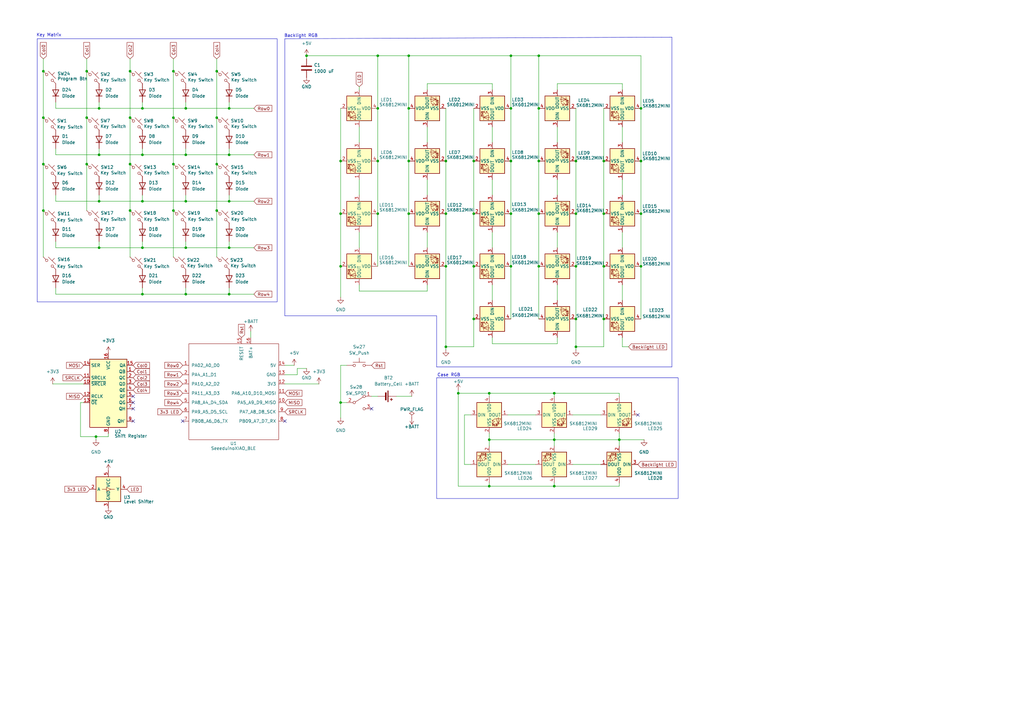
<source format=kicad_sch>
(kicad_sch (version 20250114) (generator "eeschema") (generator_version "9.0")
  (paper "A3")
  (rectangle (start 15.24 15.875) (end 113.665 123.825))
  (rectangle (start 179.07 154.94) (end 278.13 204.47))
  (text "Case RGB" (at 179.324 153.924 0) (effects (font (size 1.27 1.27)) (justify left)))
  (text "Backlight RGB\n" (at 123.444 14.732 0) (effects (font (size 1.27 1.27))))
  (text "Key Matrix" (at 20.066 14.478 0) (effects (font (size 1.27 1.27))))
  (junction (at 76.2 101.6))
  (junction (at 220.98 109.22))
  (junction (at 247.65 130.81))
  (junction (at 93.98 44.45))
  (junction (at 227.33 180.34))
  (junction (at 220.98 66.04))
  (junction (at 93.98 120.65))
  (junction (at 154.94 44.45))
  (junction (at 17.78 86.36))
  (junction (at 227.33 199.39))
  (junction (at 40.64 82.55))
  (junction (at 194.31 66.04))
  (junction (at 71.12 29.21))
  (junction (at 93.98 82.55))
  (junction (at 40.64 44.45))
  (junction (at 17.78 67.31))
  (junction (at 139.7 66.04))
  (junction (at 182.88 142.24))
  (junction (at 262.89 87.63))
  (junction (at 194.31 109.22))
  (junction (at 17.78 48.26))
  (junction (at 209.55 44.45))
  (junction (at 182.88 66.04))
  (junction (at 35.56 48.26))
  (junction (at 247.65 87.63))
  (junction (at 247.65 109.22))
  (junction (at 58.42 101.6))
  (junction (at 154.94 87.63))
  (junction (at 88.9 48.26))
  (junction (at 262.89 66.04))
  (junction (at 40.64 101.6))
  (junction (at 139.7 87.63))
  (junction (at 53.34 29.21))
  (junction (at 236.22 66.04))
  (junction (at 247.65 66.04))
  (junction (at 200.66 180.34))
  (junction (at 182.88 87.63))
  (junction (at 76.2 44.45))
  (junction (at 125.73 22.86))
  (junction (at 209.55 66.04))
  (junction (at 154.94 22.86))
  (junction (at 76.2 82.55))
  (junction (at 167.64 44.45))
  (junction (at 236.22 130.81))
  (junction (at 236.22 109.22))
  (junction (at 88.9 29.21))
  (junction (at 227.33 161.29))
  (junction (at 40.64 63.5))
  (junction (at 182.88 109.22))
  (junction (at 35.56 67.31))
  (junction (at 262.89 109.22))
  (junction (at 209.55 87.63))
  (junction (at 53.34 48.26))
  (junction (at 194.31 130.81))
  (junction (at 76.2 63.5))
  (junction (at 139.7 109.22))
  (junction (at 39.37 179.07))
  (junction (at 53.34 86.36))
  (junction (at 167.64 22.86))
  (junction (at 58.42 44.45))
  (junction (at 93.98 63.5))
  (junction (at 154.94 66.04))
  (junction (at 71.12 48.26))
  (junction (at 236.22 87.63))
  (junction (at 262.89 44.45))
  (junction (at 194.31 87.63))
  (junction (at 88.9 67.31))
  (junction (at 71.12 67.31))
  (junction (at 167.64 66.04))
  (junction (at 200.66 199.39))
  (junction (at 187.96 161.29))
  (junction (at 167.64 87.63))
  (junction (at 93.98 101.6))
  (junction (at 35.56 29.21))
  (junction (at 71.12 86.36))
  (junction (at 58.42 120.65))
  (junction (at 220.98 22.86))
  (junction (at 53.34 67.31))
  (junction (at 200.66 161.29))
  (junction (at 209.55 22.86))
  (junction (at 139.7 165.1))
  (junction (at 209.55 109.22))
  (junction (at 58.42 63.5))
  (junction (at 220.98 44.45))
  (junction (at 88.9 86.36))
  (junction (at 17.78 29.21))
  (junction (at 58.42 82.55))
  (junction (at 254 180.34))
  (junction (at 236.22 142.24))
  (junction (at 220.98 87.63))
  (junction (at 76.2 120.65))
  (no_connect (at 54.61 167.64))
  (no_connect (at 54.61 172.72))
  (no_connect (at 74.93 172.72))
  (no_connect (at 54.61 162.56))
  (no_connect (at 152.4 167.64))
  (no_connect (at 116.84 172.72))
  (no_connect (at 261.62 170.18))
  (no_connect (at 54.61 165.1))
  (polyline (pts (xy 179.07 129.54) (xy 116.84 129.54)))
  (wire (pts (xy 147.32 119.38) (xy 175.26 119.38)))
  (wire (pts (xy 234.95 170.18) (xy 246.38 170.18)))
  (wire (pts (xy 58.42 63.5) (xy 76.2 63.5)))
  (wire (pts (xy 39.37 179.07) (xy 44.45 179.07)))
  (wire (pts (xy 22.86 80.01) (xy 22.86 82.55)))
  (wire (pts (xy 154.94 22.86) (xy 167.64 22.86)))
  (wire (pts (xy 247.65 109.22) (xy 247.65 130.81)))
  (wire (pts (xy 236.22 142.24) (xy 247.65 142.24)))
  (wire (pts (xy 200.66 177.8) (xy 200.66 180.34)))
  (wire (pts (xy 220.98 22.86) (xy 262.89 22.86)))
  (wire (pts (xy 201.93 73.66) (xy 201.93 80.01)))
  (wire (pts (xy 93.98 80.01) (xy 93.98 82.55)))
  (wire (pts (xy 209.55 22.86) (xy 209.55 44.45)))
  (wire (pts (xy 262.89 109.22) (xy 262.89 130.81)))
  (wire (pts (xy 147.32 116.84) (xy 147.32 119.38)))
  (wire (pts (xy 236.22 87.63) (xy 236.22 109.22)))
  (wire (pts (xy 201.93 138.43) (xy 201.93 140.97)))
  (wire (pts (xy 228.6 73.66) (xy 228.6 80.01)))
  (wire (pts (xy 254 199.39) (xy 227.33 199.39)))
  (wire (pts (xy 182.88 44.45) (xy 182.88 66.04)))
  (wire (pts (xy 201.93 140.97) (xy 228.6 140.97)))
  (wire (pts (xy 76.2 44.45) (xy 93.98 44.45)))
  (wire (pts (xy 200.66 180.34) (xy 200.66 182.88)))
  (wire (pts (xy 58.42 101.6) (xy 76.2 101.6)))
  (wire (pts (xy 53.34 67.31) (xy 53.34 86.36)))
  (wire (pts (xy 44.45 179.07) (xy 44.45 177.8)))
  (wire (pts (xy 255.27 95.25) (xy 255.27 101.6)))
  (wire (pts (xy 40.64 60.96) (xy 40.64 63.5)))
  (wire (pts (xy 200.66 161.29) (xy 200.66 162.56)))
  (polyline (pts (xy 179.07 150.495) (xy 179.07 129.54)))
  (polyline (pts (xy 275.59 15.24) (xy 275.59 150.495)))
  (wire (pts (xy 220.98 22.86) (xy 220.98 44.45)))
  (wire (pts (xy 76.2 63.5) (xy 93.98 63.5)))
  (wire (pts (xy 53.34 29.21) (xy 53.34 48.26)))
  (wire (pts (xy 88.9 48.26) (xy 88.9 67.31)))
  (wire (pts (xy 228.6 140.97) (xy 228.6 138.43)))
  (wire (pts (xy 254 177.8) (xy 254 180.34)))
  (wire (pts (xy 147.32 73.66) (xy 147.32 80.01)))
  (wire (pts (xy 76.2 99.06) (xy 76.2 101.6)))
  (wire (pts (xy 93.98 120.65) (xy 104.14 120.65)))
  (wire (pts (xy 147.32 95.25) (xy 147.32 101.6)))
  (wire (pts (xy 254 180.34) (xy 254 182.88)))
  (wire (pts (xy 247.65 130.81) (xy 247.65 142.24)))
  (wire (pts (xy 227.33 180.34) (xy 254 180.34)))
  (wire (pts (xy 17.78 48.26) (xy 17.78 67.31)))
  (wire (pts (xy 236.22 66.04) (xy 236.22 87.63)))
  (wire (pts (xy 227.33 198.12) (xy 227.33 199.39)))
  (wire (pts (xy 227.33 180.34) (xy 227.33 182.88)))
  (wire (pts (xy 182.88 142.24) (xy 194.31 142.24)))
  (wire (pts (xy 58.42 60.96) (xy 58.42 63.5)))
  (wire (pts (xy 71.12 29.21) (xy 71.12 48.26)))
  (wire (pts (xy 40.64 41.91) (xy 40.64 44.45)))
  (wire (pts (xy 139.7 109.22) (xy 139.7 121.92)))
  (wire (pts (xy 33.02 165.1) (xy 33.02 179.07)))
  (wire (pts (xy 58.42 99.06) (xy 58.42 101.6)))
  (wire (pts (xy 93.98 60.96) (xy 93.98 63.5)))
  (wire (pts (xy 194.31 87.63) (xy 194.31 109.22)))
  (wire (pts (xy 209.55 22.86) (xy 220.98 22.86)))
  (wire (pts (xy 162.56 162.56) (xy 168.91 162.56)))
  (wire (pts (xy 167.64 44.45) (xy 167.64 66.04)))
  (wire (pts (xy 58.42 44.45) (xy 76.2 44.45)))
  (wire (pts (xy 53.34 86.36) (xy 53.34 105.41)))
  (wire (pts (xy 255.27 73.66) (xy 255.27 80.01)))
  (wire (pts (xy 139.7 149.86) (xy 142.24 149.86)))
  (wire (pts (xy 194.31 130.81) (xy 194.31 142.24)))
  (wire (pts (xy 121.92 151.13) (xy 121.92 153.67)))
  (wire (pts (xy 76.2 101.6) (xy 93.98 101.6)))
  (wire (pts (xy 175.26 73.66) (xy 175.26 80.01)))
  (wire (pts (xy 254 161.29) (xy 254 162.56)))
  (wire (pts (xy 76.2 118.11) (xy 76.2 120.65)))
  (wire (pts (xy 200.66 199.39) (xy 187.96 199.39)))
  (wire (pts (xy 33.02 179.07) (xy 39.37 179.07)))
  (wire (pts (xy 175.26 116.84) (xy 175.26 119.38)))
  (wire (pts (xy 71.12 24.13) (xy 71.12 29.21)))
  (wire (pts (xy 227.33 161.29) (xy 227.33 162.56)))
  (wire (pts (xy 193.04 190.5) (xy 190.5 190.5)))
  (wire (pts (xy 208.28 190.5) (xy 219.71 190.5)))
  (wire (pts (xy 154.94 66.04) (xy 154.94 87.63)))
  (wire (pts (xy 139.7 87.63) (xy 139.7 109.22)))
  (wire (pts (xy 121.92 151.13) (xy 125.73 151.13)))
  (wire (pts (xy 40.64 82.55) (xy 58.42 82.55)))
  (wire (pts (xy 182.88 66.04) (xy 182.88 87.63)))
  (wire (pts (xy 236.22 130.81) (xy 236.22 142.24)))
  (wire (pts (xy 167.64 87.63) (xy 167.64 109.22)))
  (wire (pts (xy 255.27 116.84) (xy 255.27 123.19)))
  (wire (pts (xy 76.2 120.65) (xy 93.98 120.65)))
  (wire (pts (xy 220.98 44.45) (xy 220.98 66.04)))
  (wire (pts (xy 35.56 24.13) (xy 35.56 29.21)))
  (wire (pts (xy 88.9 29.21) (xy 88.9 48.26)))
  (wire (pts (xy 209.55 44.45) (xy 209.55 66.04)))
  (wire (pts (xy 190.5 170.18) (xy 193.04 170.18)))
  (wire (pts (xy 139.7 165.1) (xy 139.7 149.86)))
  (wire (pts (xy 93.98 44.45) (xy 104.14 44.45)))
  (wire (pts (xy 228.6 95.25) (xy 228.6 101.6)))
  (wire (pts (xy 139.7 66.04) (xy 139.7 87.63)))
  (wire (pts (xy 40.64 80.01) (xy 40.64 82.55)))
  (wire (pts (xy 22.86 41.91) (xy 22.86 44.45)))
  (wire (pts (xy 255.27 34.29) (xy 255.27 36.83)))
  (wire (pts (xy 201.93 52.07) (xy 201.93 58.42)))
  (polyline (pts (xy 116.84 15.875) (xy 275.59 15.24)))
  (wire (pts (xy 102.87 135.89) (xy 102.87 138.43)))
  (wire (pts (xy 167.64 66.04) (xy 167.64 87.63)))
  (wire (pts (xy 76.2 80.01) (xy 76.2 82.55)))
  (wire (pts (xy 88.9 67.31) (xy 88.9 86.36)))
  (wire (pts (xy 187.96 199.39) (xy 187.96 161.29)))
  (wire (pts (xy 255.27 138.43) (xy 255.27 142.24)))
  (wire (pts (xy 147.32 35.56) (xy 147.32 36.83)))
  (wire (pts (xy 22.86 118.11) (xy 22.86 120.65)))
  (wire (pts (xy 88.9 24.13) (xy 88.9 29.21)))
  (wire (pts (xy 58.42 118.11) (xy 58.42 120.65)))
  (wire (pts (xy 227.33 161.29) (xy 254 161.29)))
  (wire (pts (xy 93.98 99.06) (xy 93.98 101.6)))
  (wire (pts (xy 262.89 44.45) (xy 262.89 66.04)))
  (wire (pts (xy 200.66 199.39) (xy 200.66 198.12)))
  (wire (pts (xy 254 198.12) (xy 254 199.39)))
  (wire (pts (xy 40.64 63.5) (xy 58.42 63.5)))
  (wire (pts (xy 58.42 41.91) (xy 58.42 44.45)))
  (wire (pts (xy 22.86 44.45) (xy 40.64 44.45)))
  (wire (pts (xy 247.65 44.45) (xy 247.65 66.04)))
  (wire (pts (xy 182.88 87.63) (xy 182.88 109.22)))
  (wire (pts (xy 167.64 22.86) (xy 167.64 44.45)))
  (wire (pts (xy 262.89 66.04) (xy 262.89 87.63)))
  (wire (pts (xy 209.55 109.22) (xy 209.55 130.81)))
  (wire (pts (xy 17.78 86.36) (xy 17.78 105.41)))
  (wire (pts (xy 262.89 22.86) (xy 262.89 44.45)))
  (wire (pts (xy 175.26 52.07) (xy 175.26 58.42)))
  (wire (pts (xy 58.42 80.01) (xy 58.42 82.55)))
  (wire (pts (xy 93.98 63.5) (xy 104.14 63.5)))
  (wire (pts (xy 76.2 41.91) (xy 76.2 44.45)))
  (wire (pts (xy 116.84 149.86) (xy 120.65 149.86)))
  (wire (pts (xy 93.98 41.91) (xy 93.98 44.45)))
  (wire (pts (xy 147.32 52.07) (xy 147.32 58.42)))
  (wire (pts (xy 22.86 63.5) (xy 40.64 63.5)))
  (wire (pts (xy 53.34 48.26) (xy 53.34 67.31)))
  (wire (pts (xy 139.7 165.1) (xy 142.24 165.1)))
  (wire (pts (xy 71.12 48.26) (xy 71.12 67.31)))
  (wire (pts (xy 93.98 118.11) (xy 93.98 120.65)))
  (wire (pts (xy 236.22 44.45) (xy 236.22 66.04)))
  (wire (pts (xy 190.5 190.5) (xy 190.5 170.18)))
  (wire (pts (xy 88.9 86.36) (xy 88.9 105.41)))
  (wire (pts (xy 40.64 101.6) (xy 58.42 101.6)))
  (wire (pts (xy 209.55 87.63) (xy 209.55 109.22)))
  (wire (pts (xy 76.2 60.96) (xy 76.2 63.5)))
  (wire (pts (xy 236.22 142.24) (xy 236.22 143.51)))
  (wire (pts (xy 71.12 86.36) (xy 71.12 105.41)))
  (wire (pts (xy 154.94 44.45) (xy 154.94 66.04)))
  (wire (pts (xy 35.56 48.26) (xy 35.56 67.31)))
  (wire (pts (xy 220.98 109.22) (xy 220.98 130.81)))
  (wire (pts (xy 255.27 52.07) (xy 255.27 58.42)))
  (wire (pts (xy 201.93 34.29) (xy 201.93 36.83)))
  (wire (pts (xy 154.94 162.56) (xy 152.4 162.56)))
  (wire (pts (xy 228.6 36.83) (xy 228.6 34.29)))
  (wire (pts (xy 93.98 101.6) (xy 104.14 101.6)))
  (wire (pts (xy 17.78 67.31) (xy 17.78 86.36)))
  (wire (pts (xy 22.86 99.06) (xy 22.86 101.6)))
  (wire (pts (xy 262.89 87.63) (xy 262.89 109.22)))
  (wire (pts (xy 40.64 99.06) (xy 40.64 101.6)))
  (wire (pts (xy 154.94 22.86) (xy 154.94 44.45)))
  (wire (pts (xy 76.2 82.55) (xy 93.98 82.55)))
  (wire (pts (xy 220.98 87.63) (xy 220.98 109.22)))
  (wire (pts (xy 17.78 29.21) (xy 17.78 48.26)))
  (wire (pts (xy 209.55 66.04) (xy 209.55 87.63)))
  (wire (pts (xy 21.59 157.48) (xy 34.29 157.48)))
  (wire (pts (xy 247.65 87.63) (xy 247.65 109.22)))
  (wire (pts (xy 35.56 29.21) (xy 35.56 48.26)))
  (wire (pts (xy 58.42 82.55) (xy 76.2 82.55)))
  (polyline (pts (xy 116.84 15.875) (xy 116.84 129.54)))
  (wire (pts (xy 255.27 142.24) (xy 257.81 142.24)))
  (wire (pts (xy 228.6 52.07) (xy 228.6 58.42)))
  (wire (pts (xy 236.22 109.22) (xy 236.22 130.81)))
  (wire (pts (xy 22.86 101.6) (xy 40.64 101.6)))
  (wire (pts (xy 194.31 44.45) (xy 194.31 66.04)))
  (wire (pts (xy 254 180.34) (xy 264.16 180.34)))
  (polyline (pts (xy 275.59 150.495) (xy 179.07 150.495)))
  (wire (pts (xy 187.96 161.29) (xy 200.66 161.29)))
  (wire (pts (xy 93.98 82.55) (xy 104.14 82.55)))
  (wire (pts (xy 227.33 199.39) (xy 200.66 199.39)))
  (wire (pts (xy 17.78 24.13) (xy 17.78 29.21)))
  (wire (pts (xy 125.73 24.13) (xy 125.73 22.86)))
  (wire (pts (xy 234.95 190.5) (xy 246.38 190.5)))
  (wire (pts (xy 227.33 177.8) (xy 227.33 180.34)))
  (wire (pts (xy 175.26 95.25) (xy 175.26 101.6)))
  (wire (pts (xy 201.93 116.84) (xy 201.93 123.19)))
  (wire (pts (xy 22.86 82.55) (xy 40.64 82.55)))
  (wire (pts (xy 58.42 120.65) (xy 76.2 120.65)))
  (wire (pts (xy 175.26 36.83) (xy 175.26 34.29)))
  (wire (pts (xy 121.92 153.67) (xy 116.84 153.67)))
  (wire (pts (xy 154.94 87.63) (xy 154.94 109.22)))
  (wire (pts (xy 201.93 95.25) (xy 201.93 101.6)))
  (wire (pts (xy 182.88 142.24) (xy 182.88 143.51)))
  (wire (pts (xy 200.66 161.29) (xy 227.33 161.29)))
  (wire (pts (xy 139.7 44.45) (xy 139.7 66.04)))
  (wire (pts (xy 39.37 180.34) (xy 39.37 179.07)))
  (wire (pts (xy 247.65 66.04) (xy 247.65 87.63)))
  (wire (pts (xy 139.7 171.45) (xy 139.7 165.1)))
  (wire (pts (xy 187.96 160.02) (xy 187.96 161.29)))
  (wire (pts (xy 194.31 66.04) (xy 194.31 87.63)))
  (wire (pts (xy 53.34 24.13) (xy 53.34 29.21)))
  (wire (pts (xy 220.98 66.04) (xy 220.98 87.63)))
  (wire (pts (xy 71.12 67.31) (xy 71.12 86.36)))
  (wire (pts (xy 34.29 165.1) (xy 33.02 165.1)))
  (wire (pts (xy 22.86 60.96) (xy 22.86 63.5)))
  (wire (pts (xy 228.6 34.29) (xy 255.27 34.29)))
  (wire (pts (xy 167.64 22.86) (xy 209.55 22.86)))
  (wire (pts (xy 35.56 67.31) (xy 35.56 86.36)))
  (wire (pts (xy 182.88 109.22) (xy 182.88 142.24)))
  (wire (pts (xy 208.28 170.18) (xy 219.71 170.18)))
  (wire (pts (xy 22.86 120.65) (xy 58.42 120.65)))
  (wire (pts (xy 40.64 44.45) (xy 58.42 44.45)))
  (wire (pts (xy 175.26 34.29) (xy 201.93 34.29)))
  (wire (pts (xy 125.73 22.86) (xy 154.94 22.86)))
  (wire (pts (xy 228.6 116.84) (xy 228.6 123.19)))
  (wire (pts (xy 194.31 109.22) (xy 194.31 130.81)))
  (wire (pts (xy 116.84 157.48) (xy 130.81 157.48)))
  (wire (pts (xy 200.66 180.34) (xy 227.33 180.34)))
  (global_label "Row3" (shape input) (at 74.93 161.29 180) (property "Intersheetrefs" "${INTERSHEET_REFS}" (effects (hide yes))))
  (global_label "Row2" (shape input) (at 74.93 157.48 180) (property "Intersheetrefs" "${INTERSHEET_REFS}" (effects (hide yes))))
  (global_label "Rst" (shape input) (at 152.4 149.86 0) (property "Intersheetrefs" "${INTERSHEET_REFS}" (effects (hide yes))))
  (global_label "Col2" (shape input) (at 53.34 24.13 90) (property "Intersheetrefs" "${INTERSHEET_REFS}" (effects (hide yes))))
  (global_label "Col0" (shape input) (at 54.61 149.86 0) (property "Intersheetrefs" "${INTERSHEET_REFS}" (effects (hide yes))))
  (global_label "3v3 LED" (shape input) (at 36.83 200.66 180) (property "Intersheetrefs" "${INTERSHEET_REFS}" (effects (hide yes))))
  (global_label "LED" (shape input) (at 147.32 35.56 90) (property "Intersheetrefs" "${INTERSHEET_REFS}" (effects (hide yes))))
  (global_label "Col1" (shape input) (at 54.61 152.4 0) (property "Intersheetrefs" "${INTERSHEET_REFS}" (effects (hide yes))))
  (global_label "MOSI" (shape input) (at 116.84 161.29 0) (property "Intersheetrefs" "${INTERSHEET_REFS}" (effects (hide yes))))
  (global_label "Row0" (shape input) (at 104.14 44.45 0) (property "Intersheetrefs" "${INTERSHEET_REFS}" (effects (hide yes))))
  (global_label "MOSI" (shape input) (at 34.29 149.86 180) (property "Intersheetrefs" "${INTERSHEET_REFS}" (effects (hide yes))))
  (global_label "Backlight LED" (shape input) (at 261.62 190.5 0) (property "Intersheetrefs" "${INTERSHEET_REFS}" (effects (hide yes))))
  (global_label "Row3" (shape input) (at 104.14 101.6 0) (property "Intersheetrefs" "${INTERSHEET_REFS}" (effects (hide yes))))
  (global_label "Backlight LED" (shape input) (at 257.81 142.24 0) (property "Intersheetrefs" "${INTERSHEET_REFS}" (effects (hide yes))))
  (global_label "SRCLK" (shape input) (at 34.29 154.94 180) (property "Intersheetrefs" "${INTERSHEET_REFS}" (effects (hide yes))))
  (global_label "Row4" (shape input) (at 104.14 120.65 0) (property "Intersheetrefs" "${INTERSHEET_REFS}" (effects (hide yes))))
  (global_label "Row2" (shape input) (at 104.14 82.55 0) (property "Intersheetrefs" "${INTERSHEET_REFS}" (effects (hide yes))))
  (global_label "Col4" (shape input) (at 54.61 160.02 0) (property "Intersheetrefs" "${INTERSHEET_REFS}" (effects (hide yes))))
  (global_label "Row1" (shape input) (at 104.14 63.5 0) (property "Intersheetrefs" "${INTERSHEET_REFS}" (effects (hide yes))))
  (global_label "Col0" (shape input) (at 17.78 24.13 90) (property "Intersheetrefs" "${INTERSHEET_REFS}" (effects (hide yes))))
  (global_label "Rst" (shape input) (at 99.06 138.43 90) (property "Intersheetrefs" "${INTERSHEET_REFS}" (effects (hide yes))))
  (global_label "LED" (shape input) (at 52.07 200.66 0) (property "Intersheetrefs" "${INTERSHEET_REFS}" (effects (hide yes))))
  (global_label "MISO" (shape input) (at 116.84 165.1 0) (property "Intersheetrefs" "${INTERSHEET_REFS}" (effects (hide yes))))
  (global_label "Col4" (shape input) (at 88.9 24.13 90) (property "Intersheetrefs" "${INTERSHEET_REFS}" (effects (hide yes))))
  (global_label "Row0" (shape input) (at 74.93 149.86 180) (property "Intersheetrefs" "${INTERSHEET_REFS}" (effects (hide yes))))
  (global_label "MISO" (shape input) (at 34.29 162.56 180) (property "Intersheetrefs" "${INTERSHEET_REFS}" (effects (hide yes))))
  (global_label "SRCLK" (shape input) (at 116.84 168.91 0) (property "Intersheetrefs" "${INTERSHEET_REFS}" (effects (hide yes))))
  (global_label "Row1" (shape input) (at 74.93 153.67 180) (property "Intersheetrefs" "${INTERSHEET_REFS}" (effects (hide yes))))
  (global_label "Row4" (shape input) (at 74.93 165.1 180) (property "Intersheetrefs" "${INTERSHEET_REFS}" (effects (hide yes))))
  (global_label "Col1" (shape input) (at 35.56 24.13 90) (property "Intersheetrefs" "${INTERSHEET_REFS}" (effects (hide yes))))
  (global_label "3v3 LED" (shape input) (at 74.93 168.91 180) (property "Intersheetrefs" "${INTERSHEET_REFS}" (effects (hide yes))))
  (global_label "Col2" (shape input) (at 54.61 154.94 0) (property "Intersheetrefs" "${INTERSHEET_REFS}" (effects (hide yes))))
  (global_label "Col3" (shape input) (at 54.61 157.48 0) (property "Intersheetrefs" "${INTERSHEET_REFS}" (effects (hide yes))))
  (global_label "Col3" (shape input) (at 71.12 24.13 90) (property "Intersheetrefs" "${INTERSHEET_REFS}" (effects (hide yes))))
  (symbol (lib_id "Switch:SW_Push_45deg") (at 73.66 31.75 0) (unit 1)
    (property "Reference" "SW4" (at 78.994 30.48 0))
    (property "Value" "Key Switch" (at 82.296 32.766 0))
    (property "Description" "Push button switch, normally open, two pins, 45° tilted" (effects (hide yes)))
  )
  (symbol (lib_id "Switch:SW_Push_45deg") (at 73.66 50.8 0) (unit 1)
    (property "Reference" "SW9" (at 78.994 49.53 0))
    (property "Value" "Key Switch" (at 82.296 51.816 0))
    (property "Description" "Push button switch, normally open, two pins, 45° tilted" (effects (hide yes)))
  )
  (symbol (lib_id "Diode:1N4148W") (at 76.2 38.1 90) (unit 1)
    (property "Reference" "D4" (at 78.74 36.8299 90) (effects (justify right)))
    (property "Value" "Diode" (at 78.74 39.3699 90) (effects (justify right)))
    (property "Footprint" "Diode_SMD:D_SOD-123" (effects (hide yes)))
    (property "Datasheet" "https://www.vishay.com/docs/85748/1n4148w.pdf" (effects (hide yes)))
    (property "Description" "75V 0.15A Fast Switching Diode, SOD-123" (effects (hide yes)))
    (property "Sim.Device" "D" (effects (hide yes)))
    (property "Sim.Pins" "1=K 2=A" (effects (hide yes)))
  )
  (symbol (lib_id "power:+5V") (at 187.96 160.02 0) (unit 1)
    (property "Reference" "#PWR05" (effects (hide yes)))
    (property "Value" "+5V" (at 187.96 156.464 0))
    (property "Description" "Power symbol creates a global label with name \"+5V\"" (effects (hide yes)))
  )
  (symbol (lib_id "Switch:SW_Push_45deg") (at 55.88 69.85 0) (unit 1)
    (property "Reference" "SW13" (at 61.468 68.58 0))
    (property "Value" "Key Switch" (at 64.262 70.866 0))
    (property "Description" "Push button switch, normally open, two pins, 45° tilted" (effects (hide yes)))
  )
  (symbol (lib_id "LED:SK6812MINI") (at 254 170.18 0) (unit 1)
    (property "Reference" "LED25" (at 268.732 175.768 0))
    (property "Value" "SK6812MINI" (at 265.938 173.736 0))
    (property "Footprint" "LED_SMD:LED_SK6812MINI_PLCC4_3.5x3.5mm_P1.75mm" (effects (hide yes)))
    (property "Datasheet" "https://cdn-shop.adafruit.com/product-files/2686/SK6812MINI_REV.01-1-2.pdf" (effects (hide yes)))
    (property "Description" "RGB LED with integrated controller" (effects (hide yes)))
  )
  (symbol (lib_id "power:GND") (at 44.45 208.28 0) (unit 1)
    (property "Reference" "#PWR025" (effects (hide yes)))
    (property "Value" "GND" (at 44.45 212.09 0))
    (property "Description" "Power symbol creates a global label with name \"GND\" , ground" (effects (hide yes)))
  )
  (symbol (lib_id "LED:SK6812MINI") (at 255.27 130.81 270) (unit 1)
    (property "Reference" "LED23" (at 269.24 127.254 90))
    (property "Value" "SK6812MINI" (at 269.24 129.794 90))
    (property "Footprint" "LED_SMD:LED_SK6812MINI_PLCC4_3.5x3.5mm_P1.75mm" (effects (hide yes)))
    (property "Datasheet" "https://cdn-shop.adafruit.com/product-files/2686/SK6812MINI_REV.01-1-2.pdf" (effects (hide yes)))
    (property "Description" "RGB LED with integrated controller" (effects (hide yes)))
  )
  (symbol (lib_id "Diode:1N4148W") (at 76.2 114.3 90) (unit 1)
    (property "Reference" "D22" (at 78.74 113.0299 90) (effects (justify right)))
    (property "Value" "Diode" (at 78.74 115.5699 90) (effects (justify right)))
    (property "Footprint" "Diode_SMD:D_SOD-123" (effects (hide yes)))
    (property "Datasheet" "https://www.vishay.com/docs/85748/1n4148w.pdf" (effects (hide yes)))
    (property "Description" "75V 0.15A Fast Switching Diode, SOD-123" (effects (hide yes)))
    (property "Sim.Device" "D" (effects (hide yes)))
    (property "Sim.Pins" "1=K 2=A" (effects (hide yes)))
  )
  (symbol (lib_id "power:+5V") (at 120.65 149.86 0) (unit 1)
    (property "Reference" "#PWR020" (effects (hide yes)))
    (property "Value" "+5V" (at 120.65 144.78 0))
    (property "Description" "Power symbol creates a global label with name \"+5V\"" (effects (hide yes)))
  )
  (symbol (lib_id "LED:SK6812MINI") (at 255.27 109.22 270) (unit 1)
    (property "Reference" "LED20" (at 266.446 106.172 90))
    (property "Value" "SK6812MINI" (at 269.24 108.204 90))
    (property "Footprint" "LED_SMD:LED_SK6812MINI_PLCC4_3.5x3.5mm_P1.75mm" (effects (hide yes)))
    (property "Datasheet" "https://cdn-shop.adafruit.com/product-files/2686/SK6812MINI_REV.01-1-2.pdf" (effects (hide yes)))
    (property "Description" "RGB LED with integrated controller" (effects (hide yes)))
  )
  (symbol (lib_id "Switch:SW_Push_45deg") (at 20.32 69.85 0) (unit 1)
    (property "Reference" "SW6" (at 25.4 68.58 0))
    (property "Value" "Key Switch" (at 28.702 71.12 0))
    (property "Description" "Push button switch, normally open, two pins, 45° tilted" (effects (hide yes)))
  )
  (symbol (lib_id "Diode:1N4148W") (at 93.98 38.1 90) (unit 1)
    (property "Reference" "D5" (at 96.52 36.8299 90) (effects (justify right)))
    (property "Value" "Diode" (at 96.52 39.3699 90) (effects (justify right)))
    (property "Footprint" "Diode_SMD:D_SOD-123" (effects (hide yes)))
    (property "Datasheet" "https://www.vishay.com/docs/85748/1n4148w.pdf" (effects (hide yes)))
    (property "Description" "75V 0.15A Fast Switching Diode, SOD-123" (effects (hide yes)))
    (property "Sim.Device" "D" (effects (hide yes)))
    (property "Sim.Pins" "1=K 2=A" (effects (hide yes)))
  )
  (symbol (lib_id "Switch:SW_Push_45deg") (at 91.44 107.95 0) (unit 1)
    (property "Reference" "SW23" (at 97.028 106.68 0))
    (property "Value" "Key Switch" (at 99.822 108.966 0))
    (property "Description" "Push button switch, normally open, two pins, 45° tilted" (effects (hide yes)))
  )
  (symbol (lib_id "Diode:1N4148W") (at 58.42 38.1 90) (unit 1)
    (property "Reference" "D3" (at 60.96 36.8299 90) (effects (justify right)))
    (property "Value" "Diode" (at 60.96 39.3699 90) (effects (justify right)))
    (property "Footprint" "Diode_SMD:D_SOD-123" (effects (hide yes)))
    (property "Datasheet" "https://www.vishay.com/docs/85748/1n4148w.pdf" (effects (hide yes)))
    (property "Description" "75V 0.15A Fast Switching Diode, SOD-123" (effects (hide yes)))
    (property "Sim.Device" "D" (effects (hide yes)))
    (property "Sim.Pins" "1=K 2=A" (effects (hide yes)))
  )
  (symbol (lib_id "Diode:1N4148W") (at 76.2 76.2 90) (unit 1)
    (property "Reference" "D14" (at 78.74 74.9299 90) (effects (justify right)))
    (property "Value" "Diode" (at 78.74 77.4699 90) (effects (justify right)))
    (property "Footprint" "Diode_SMD:D_SOD-123" (effects (hide yes)))
    (property "Datasheet" "https://www.vishay.com/docs/85748/1n4148w.pdf" (effects (hide yes)))
    (property "Description" "75V 0.15A Fast Switching Diode, SOD-123" (effects (hide yes)))
    (property "Sim.Device" "D" (effects (hide yes)))
    (property "Sim.Pins" "1=K 2=A" (effects (hide yes)))
  )
  (symbol (lib_id "Switch:SW_Push_45deg") (at 20.32 88.9 0) (unit 1)
    (property "Reference" "SW11" (at 26.162 87.63 0))
    (property "Value" "Key Switch" (at 28.702 90.17 0))
    (property "Description" "Push button switch, normally open, two pins, 45° tilted" (effects (hide yes)))
  )
  (symbol (lib_id "LED:SK6812MINI") (at 255.27 44.45 270) (unit 1)
    (property "Reference" "LED5" (at 265.938 41.402 90))
    (property "Value" "SK6812MINI" (at 269.24 43.434 90))
    (property "Footprint" "LED_SMD:LED_SK6812MINI_PLCC4_3.5x3.5mm_P1.75mm" (effects (hide yes)))
    (property "Datasheet" "https://cdn-shop.adafruit.com/product-files/2686/SK6812MINI_REV.01-1-2.pdf" (effects (hide yes)))
    (property "Description" "RGB LED with integrated controller" (effects (hide yes)))
  )
  (symbol (lib_id "Switch:SW_Push_45deg") (at 55.88 88.9 0) (unit 1)
    (property "Reference" "SW18" (at 61.468 87.376 0))
    (property "Value" "Key Switch" (at 64.262 89.916 0))
    (property "Description" "Push button switch, normally open, two pins, 45° tilted" (effects (hide yes)))
  )
  (symbol (lib_id "LED:SK6812MINI") (at 228.6 130.81 90) (unit 1)
    (property "Reference" "LED22" (at 242.062 127 90))
    (property "Value" "SK6812MINI" (at 242.062 129.54 90))
    (property "Footprint" "LED_SMD:LED_SK6812MINI_PLCC4_3.5x3.5mm_P1.75mm" (effects (hide yes)))
    (property "Datasheet" "https://cdn-shop.adafruit.com/product-files/2686/SK6812MINI_REV.01-1-2.pdf" (effects (hide yes)))
    (property "Description" "RGB LED with integrated controller" (effects (hide yes)))
  )
  (symbol (lib_id "Diode:1N4148W") (at 22.86 95.25 90) (unit 1)
    (property "Reference" "D11" (at 25.4 93.9799 90) (effects (justify right)))
    (property "Value" "Diode" (at 25.4 96.5199 90) (effects (justify right)))
    (property "Footprint" "Diode_SMD:D_SOD-123" (effects (hide yes)))
    (property "Datasheet" "https://www.vishay.com/docs/85748/1n4148w.pdf" (effects (hide yes)))
    (property "Description" "75V 0.15A Fast Switching Diode, SOD-123" (effects (hide yes)))
    (property "Sim.Device" "D" (effects (hide yes)))
    (property "Sim.Pins" "1=K 2=A" (effects (hide yes)))
  )
  (symbol (lib_id "power:+5V") (at 125.73 22.86 0) (unit 1)
    (property "Reference" "#PWR04" (effects (hide yes)))
    (property "Value" "+5V" (at 125.73 17.78 0))
    (property "Description" "Power symbol creates a global label with name \"+5V\"" (effects (hide yes)))
  )
  (symbol (lib_id "Diode:1N4148W") (at 58.42 114.3 90) (unit 1)
    (property "Reference" "D21" (at 60.96 113.0299 90) (effects (justify right)))
    (property "Value" "Diode" (at 60.96 115.5699 90) (effects (justify right)))
    (property "Footprint" "Diode_SMD:D_SOD-123" (effects (hide yes)))
    (property "Datasheet" "https://www.vishay.com/docs/85748/1n4148w.pdf" (effects (hide yes)))
    (property "Description" "75V 0.15A Fast Switching Diode, SOD-123" (effects (hide yes)))
    (property "Sim.Device" "D" (effects (hide yes)))
    (property "Sim.Pins" "1=K 2=A" (effects (hide yes)))
  )
  (symbol (lib_id "power:+3V3") (at 21.59 157.48 0) (unit 1)
    (property "Reference" "#PWR017" (effects (hide yes)))
    (property "Value" "+3V3" (at 21.59 152.4 0))
    (property "Description" "Power symbol creates a global label with name \"+3V3\"" (effects (hide yes)))
  )
  (symbol (lib_id "LED:SK6812MINI") (at 254 190.5 180) (unit 1)
    (property "Reference" "LED28" (at 268.732 196.088 0))
    (property "Value" "SK6812MINI" (at 265.938 194.056 0))
    (property "Footprint" "LED_SMD:LED_SK6812MINI_PLCC4_3.5x3.5mm_P1.75mm" (effects (hide yes)))
    (property "Datasheet" "https://cdn-shop.adafruit.com/product-files/2686/SK6812MINI_REV.01-1-2.pdf" (effects (hide yes)))
    (property "Description" "RGB LED with integrated controller" (effects (hide yes)))
  )
  (symbol (lib_id "power:GND") (at 139.7 121.92 0) (unit 1)
    (property "Reference" "#PWR01" (effects (hide yes)))
    (property "Value" "GND" (at 139.7 127 0))
    (property "Description" "Power symbol creates a global label with name \"GND\" , ground" (effects (hide yes)))
  )
  (symbol (lib_id "LED:SK6812MINI") (at 228.6 66.04 90) (unit 1)
    (property "Reference" "LED9" (at 239.522 62.738 90))
    (property "Value" "SK6812MINI" (at 242.062 64.77 90))
    (property "Footprint" "LED_SMD:LED_SK6812MINI_PLCC4_3.5x3.5mm_P1.75mm" (effects (hide yes)))
    (property "Datasheet" "https://cdn-shop.adafruit.com/product-files/2686/SK6812MINI_REV.01-1-2.pdf" (effects (hide yes)))
    (property "Description" "RGB LED with integrated controller" (effects (hide yes)))
  )
  (symbol (lib_id "Switch:SW_Push_45deg") (at 20.32 31.75 0) (unit 1)
    (property "Reference" "SW24" (at 26.162 30.226 0))
    (property "Value" "Program Btn" (at 29.718 32.258 0))
    (property "Description" "Push button switch, normally open, two pins, 45° tilted" (effects (hide yes)))
  )
  (symbol (lib_id "power:+3V3") (at 44.45 144.78 0) (unit 1)
    (property "Reference" "#PWR019" (effects (hide yes)))
    (property "Value" "+3V3" (at 44.45 139.7 0))
    (property "Description" "Power symbol creates a global label with name \"+3V3\"" (effects (hide yes)))
  )
  (symbol (lib_id "power:GND") (at 39.37 180.34 0) (unit 1)
    (property "Reference" "#PWR018" (effects (hide yes)))
    (property "Value" "GND" (at 39.37 185.42 0))
    (property "Description" "Power symbol creates a global label with name \"GND\" , ground" (effects (hide yes)))
  )
  (symbol (lib_id "74xx:74HC595") (at 44.45 160.02 0) (unit 1)
    (property "Reference" "U2" (at 46.99 177.038 0) (effects (justify left)))
    (property "Value" "Shift Register" (at 46.99 178.816 0) (effects (justify left)))
    (property "Datasheet" "http://www.ti.com/lit/ds/symlink/sn74hc595.pdf" (effects (hide yes)))
    (property "Description" "8-bit serial in/out Shift Register 3-State Outputs" (effects (hide yes)))
  )
  (symbol (lib_id "Switch:SW_Push_45deg") (at 91.44 69.85 0) (unit 1)
    (property "Reference" "SW15" (at 97.282 68.58 0))
    (property "Value" "Key Switch" (at 100.076 70.866 0))
    (property "Description" "Push button switch, normally open, two pins, 45° tilted" (effects (hide yes)))
  )
  (symbol (lib_id "power:+5V") (at 44.45 193.04 0) (unit 1)
    (property "Reference" "#PWR024" (effects (hide yes)))
    (property "Value" "+5V" (at 44.45 189.23 0))
    (property "Description" "Power symbol creates a global label with name \"+5V\"" (effects (hide yes)))
  )
  (symbol (lib_id "LED:SK6812MINI") (at 175.26 66.04 90) (unit 1)
    (property "Reference" "LED7" (at 186.436 62.484 90))
    (property "Value" "SK6812MINI" (at 188.976 64.516 90))
    (property "Footprint" "LED_SMD:LED_SK6812MINI_PLCC4_3.5x3.5mm_P1.75mm" (effects (hide yes)))
    (property "Datasheet" "https://cdn-shop.adafruit.com/product-files/2686/SK6812MINI_REV.01-1-2.pdf" (effects (hide yes)))
    (property "Description" "RGB LED with integrated controller" (effects (hide yes)))
  )
  (symbol (lib_id "Logic_LevelTranslator:SN74LV1T34DBV") (at 44.45 200.66 0) (unit 1)
    (property "Reference" "U3" (at 52.07 203.962 0))
    (property "Value" "Level Shifter" (at 56.896 205.74 0))
    (property "Footprint" "Package_TO_SOT_SMD:SOT-23-5" (effects (hide yes)))
    (property "Datasheet" "https://www.ti.com/lit/ds/symlink/sn74lv1t34.pdf" (effects (hide yes)))
    (property "Description" "Single Power Supply, Single Buffer GATE, CMOS Logic, Level Shifter, SOT-23-5" (effects (hide yes)))
  )
  (symbol (lib_id "LED:SK6812MINI") (at 228.6 44.45 90) (unit 1)
    (property "Reference" "LED4" (at 239.522 41.148 90))
    (property "Value" "SK6812MINI" (at 242.062 43.18 90))
    (property "Footprint" "LED_SMD:LED_SK6812MINI_PLCC4_3.5x3.5mm_P1.75mm" (effects (hide yes)))
    (property "Datasheet" "https://cdn-shop.adafruit.com/product-files/2686/SK6812MINI_REV.01-1-2.pdf" (effects (hide yes)))
    (property "Description" "RGB LED with integrated controller" (effects (hide yes)))
  )
  (symbol (lib_id "LED:SK6812MINI") (at 255.27 66.04 270) (unit 1)
    (property "Reference" "LED10" (at 266.446 62.992 90))
    (property "Value" "SK6812MINI" (at 269.24 65.024 90))
    (property "Footprint" "LED_SMD:LED_SK6812MINI_PLCC4_3.5x3.5mm_P1.75mm" (effects (hide yes)))
    (property "Datasheet" "https://cdn-shop.adafruit.com/product-files/2686/SK6812MINI_REV.01-1-2.pdf" (effects (hide yes)))
    (property "Description" "RGB LED with integrated controller" (effects (hide yes)))
  )
  (symbol (lib_id "Switch:SW_Push_45deg") (at 91.44 50.8 0) (unit 1)
    (property "Reference" "SW10" (at 97.282 49.53 0))
    (property "Value" "Key Switch" (at 100.076 51.816 0))
    (property "Description" "Push button switch, normally open, two pins, 45° tilted" (effects (hide yes)))
  )
  (symbol (lib_id "Diode:1N4148W") (at 40.64 57.15 90) (unit 1)
    (property "Reference" "D7" (at 43.18 55.8799 90) (effects (justify right)))
    (property "Value" "Diode" (at 43.18 58.4199 90) (effects (justify right)))
    (property "Footprint" "Diode_SMD:D_SOD-123" (effects (hide yes)))
    (property "Datasheet" "https://www.vishay.com/docs/85748/1n4148w.pdf" (effects (hide yes)))
    (property "Description" "75V 0.15A Fast Switching Diode, SOD-123" (effects (hide yes)))
    (property "Sim.Device" "D" (effects (hide yes)))
    (property "Sim.Pins" "1=K 2=A" (effects (hide yes)))
  )
  (symbol (lib_id "Diode:1N4148W") (at 22.86 114.3 90) (unit 1)
    (property "Reference" "D16" (at 25.4 113.0299 90) (effects (justify right)))
    (property "Value" "Diode" (at 25.4 115.5699 90) (effects (justify right)))
    (property "Footprint" "Diode_SMD:D_SOD-123" (effects (hide yes)))
    (property "Datasheet" "https://www.vishay.com/docs/85748/1n4148w.pdf" (effects (hide yes)))
    (property "Description" "75V 0.15A Fast Switching Diode, SOD-123" (effects (hide yes)))
    (property "Sim.Device" "D" (effects (hide yes)))
    (property "Sim.Pins" "1=K 2=A" (effects (hide yes)))
  )
  (symbol (lib_id "Diode:1N4148W") (at 93.98 57.15 90) (unit 1)
    (property "Reference" "D10" (at 96.52 55.8799 90) (effects (justify right)))
    (property "Value" "Diode" (at 96.52 58.4199 90) (effects (justify right)))
    (property "Footprint" "Diode_SMD:D_SOD-123" (effects (hide yes)))
    (property "Datasheet" "https://www.vishay.com/docs/85748/1n4148w.pdf" (effects (hide yes)))
    (property "Description" "75V 0.15A Fast Switching Diode, SOD-123" (effects (hide yes)))
    (property "Sim.Device" "D" (effects (hide yes)))
    (property "Sim.Pins" "1=K 2=A" (effects (hide yes)))
  )
  (symbol (lib_id "Switch:SW_Push") (at 147.32 149.86 0) (unit 1)
    (property "Reference" "Sw27" (at 147.32 142.24 0))
    (property "Value" "SW_Push" (at 147.32 144.78 0))
    (property "Description" "Push button switch, generic, two pins" (effects (hide yes)))
  )
  (symbol (lib_id "Diode:1N4148W") (at 40.64 95.25 90) (unit 1)
    (property "Reference" "D17" (at 43.18 93.9799 90) (effects (justify right)))
    (property "Value" "Diode" (at 43.18 96.5199 90) (effects (justify right)))
    (property "Footprint" "Diode_SMD:D_SOD-123" (effects (hide yes)))
    (property "Datasheet" "https://www.vishay.com/docs/85748/1n4148w.pdf" (effects (hide yes)))
    (property "Description" "75V 0.15A Fast Switching Diode, SOD-123" (effects (hide yes)))
    (property "Sim.Device" "D" (effects (hide yes)))
    (property "Sim.Pins" "1=K 2=A" (effects (hide yes)))
  )
  (symbol (lib_id "LED:SK6812MINI") (at 200.66 190.5 180) (unit 1)
    (property "Reference" "LED26" (at 215.392 196.088 0))
    (property "Value" "SK6812MINI" (at 212.598 194.056 0))
    (property "Footprint" "LED_SMD:LED_SK6812MINI_PLCC4_3.5x3.5mm_P1.75mm" (effects (hide yes)))
    (property "Datasheet" "https://cdn-shop.adafruit.com/product-files/2686/SK6812MINI_REV.01-1-2.pdf" (effects (hide yes)))
    (property "Description" "RGB LED with integrated controller" (effects (hide yes)))
  )
  (symbol (lib_id "LED:SK6812MINI") (at 228.6 109.22 90) (unit 1)
    (property "Reference" "LED19" (at 239.522 105.918 90))
    (property "Value" "SK6812MINI" (at 242.062 107.95 90))
    (property "Footprint" "LED_SMD:LED_SK6812MINI_PLCC4_3.5x3.5mm_P1.75mm" (effects (hide yes)))
    (property "Datasheet" "https://cdn-shop.adafruit.com/product-files/2686/SK6812MINI_REV.01-1-2.pdf" (effects (hide yes)))
    (property "Description" "RGB LED with integrated controller" (effects (hide yes)))
  )
  (symbol (lib_id "power:+BATT") (at 168.91 171.45 180) (unit 1)
    (property "Reference" "#PWR010" (effects (hide yes)))
    (property "Value" "+BATT" (at 168.91 175.006 0))
    (property "Description" "Power symbol creates a global label with name \"+BATT\"" (effects (hide yes)))
  )
  (symbol (lib_id "Switch:SW_Push_45deg") (at 38.1 50.8 0) (unit 1)
    (property "Reference" "SW7" (at 43.18 49.53 0))
    (property "Value" "Key Switch" (at 46.482 51.816 0))
    (property "Description" "Push button switch, normally open, two pins, 45° tilted" (effects (hide yes)))
  )
  (symbol (lib_id "LED:SK6812MINI") (at 175.26 87.63 90) (unit 1)
    (property "Reference" "LED12" (at 186.436 84.074 90))
    (property "Value" "SK6812MINI" (at 188.976 86.106 90))
    (property "Footprint" "LED_SMD:LED_SK6812MINI_PLCC4_3.5x3.5mm_P1.75mm" (effects (hide yes)))
    (property "Datasheet" "https://cdn-shop.adafruit.com/product-files/2686/SK6812MINI_REV.01-1-2.pdf" (effects (hide yes)))
    (property "Description" "RGB LED with integrated controller" (effects (hide yes)))
  )
  (symbol (lib_id "power:+BATT") (at 168.91 162.56 0) (unit 1)
    (property "Reference" "#PWR07" (effects (hide yes)))
    (property "Value" "+BATT" (at 168.91 157.48 0))
    (property "Description" "Power symbol creates a global label with name \"+BATT\"" (effects (hide yes)))
  )
  (symbol (lib_id "Diode:1N4148W") (at 58.42 76.2 90) (unit 1)
    (property "Reference" "D13" (at 60.96 74.9299 90) (effects (justify right)))
    (property "Value" "Diode" (at 60.96 77.4699 90) (effects (justify right)))
    (property "Footprint" "Diode_SMD:D_SOD-123" (effects (hide yes)))
    (property "Datasheet" "https://www.vishay.com/docs/85748/1n4148w.pdf" (effects (hide yes)))
    (property "Description" "75V 0.15A Fast Switching Diode, SOD-123" (effects (hide yes)))
    (property "Sim.Device" "D" (effects (hide yes)))
    (property "Sim.Pins" "1=K 2=A" (effects (hide yes)))
  )
  (symbol (lib_id "Switch:SW_Push_45deg") (at 38.1 69.85 0) (unit 1)
    (property "Reference" "SW12" (at 43.942 68.58 0))
    (property "Value" "Key Switch" (at 46.482 70.866 0))
    (property "Description" "Push button switch, normally open, two pins, 45° tilted" (effects (hide yes)))
  )
  (symbol (lib_id "LED:SK6812MINI") (at 201.93 109.22 270) (unit 1)
    (property "Reference" "LED18" (at 212.852 105.41 90))
    (property "Value" "SK6812MINI" (at 215.646 107.696 90))
    (property "Footprint" "LED_SMD:LED_SK6812MINI_PLCC4_3.5x3.5mm_P1.75mm" (effects (hide yes)))
    (property "Datasheet" "https://cdn-shop.adafruit.com/product-files/2686/SK6812MINI_REV.01-1-2.pdf" (effects (hide yes)))
    (property "Description" "RGB LED with integrated controller" (effects (hide yes)))
  )
  (symbol (lib_id "LED:SK6812MINI") (at 201.93 66.04 270) (unit 1)
    (property "Reference" "LED8" (at 212.344 62.484 90))
    (property "Value" "SK6812MINI" (at 215.646 64.516 90))
    (property "Footprint" "LED_SMD:LED_SK6812MINI_PLCC4_3.5x3.5mm_P1.75mm" (effects (hide yes)))
    (property "Datasheet" "https://cdn-shop.adafruit.com/product-files/2686/SK6812MINI_REV.01-1-2.pdf" (effects (hide yes)))
    (property "Description" "RGB LED with integrated controller" (effects (hide yes)))
  )
  (symbol (lib_id "LED:SK6812MINI") (at 147.32 87.63 270) (unit 1)
    (property "Reference" "LED11" (at 158.496 84.074 90))
    (property "Value" "SK6812MINI" (at 161.29 86.106 90))
    (property "Footprint" "LED_SMD:LED_SK6812MINI_PLCC4_3.5x3.5mm_P1.75mm" (effects (hide yes)))
    (property "Datasheet" "https://cdn-shop.adafruit.com/product-files/2686/SK6812MINI_REV.01-1-2.pdf" (effects (hide yes)))
    (property "Description" "RGB LED with integrated controller" (effects (hide yes)))
  )
  (symbol (lib_id "Switch:SW_Push_45deg") (at 73.66 69.85 0) (unit 1)
    (property "Reference" "SW14" (at 79.502 68.58 0))
    (property "Value" "Key Switch" (at 82.296 70.866 0))
    (property "Description" "Push button switch, normally open, two pins, 45° tilted" (effects (hide yes)))
  )
  (symbol (lib_id "Diode:1N4148W") (at 93.98 76.2 90) (unit 1)
    (property "Reference" "D15" (at 96.52 74.9299 90) (effects (justify right)))
    (property "Value" "Diode" (at 96.52 77.4699 90) (effects (justify right)))
    (property "Footprint" "Diode_SMD:D_SOD-123" (effects (hide yes)))
    (property "Datasheet" "https://www.vishay.com/docs/85748/1n4148w.pdf" (effects (hide yes)))
    (property "Description" "75V 0.15A Fast Switching Diode, SOD-123" (effects (hide yes)))
    (property "Sim.Device" "D" (effects (hide yes)))
    (property "Sim.Pins" "1=K 2=A" (effects (hide yes)))
  )
  (symbol (lib_id "LED:SK6812MINI") (at 147.32 109.22 270) (unit 1)
    (property "Reference" "LED16" (at 158.496 105.664 90))
    (property "Value" "SK6812MINI" (at 161.29 107.696 90))
    (property "Footprint" "LED_SMD:LED_SK6812MINI_PLCC4_3.5x3.5mm_P1.75mm" (effects (hide yes)))
    (property "Datasheet" "https://cdn-shop.adafruit.com/product-files/2686/SK6812MINI_REV.01-1-2.pdf" (effects (hide yes)))
    (property "Description" "RGB LED with integrated controller" (effects (hide yes)))
  )
  (symbol (lib_id "Diode:1N4148W") (at 40.64 38.1 90) (unit 1)
    (property "Reference" "D2" (at 43.18 36.8299 90) (effects (justify right)))
    (property "Value" "Diode" (at 43.18 39.3699 90) (effects (justify right)))
    (property "Footprint" "Diode_SMD:D_SOD-123" (effects (hide yes)))
    (property "Datasheet" "https://www.vishay.com/docs/85748/1n4148w.pdf" (effects (hide yes)))
    (property "Description" "75V 0.15A Fast Switching Diode, SOD-123" (effects (hide yes)))
    (property "Sim.Device" "D" (effects (hide yes)))
    (property "Sim.Pins" "1=K 2=A" (effects (hide yes)))
  )
  (symbol (lib_id "Switch:SW_Push_45deg") (at 55.88 50.8 0) (unit 1)
    (property "Reference" "SW8" (at 60.96 49.53 0))
    (property "Value" "Key Switch" (at 64.262 51.816 0))
    (property "Description" "Push button switch, normally open, two pins, 45° tilted" (effects (hide yes)))
  )
  (symbol (lib_id "Switch:SW_SPDT") (at 147.32 165.1 0) (unit 1)
    (property "Reference" "Sw28" (at 146.05 158.75 0))
    (property "Value" "SW_SPDT" (at 146.05 161.29 0))
    (property "Footprint" "Button_Switch_SMD:SW_SPDT_PCM12" (effects (hide yes)))
    (property "LCSC Part Number" "C221841" (effects (hide yes)))
  )
  (symbol (lib_id "Switch:SW_Push_45deg") (at 73.66 88.9 0) (unit 1)
    (property "Reference" "SW19" (at 79.502 87.376 0))
    (property "Value" "Key Switch" (at 82.296 89.916 0))
    (property "Description" "Push button switch, normally open, two pins, 45° tilted" (effects (hide yes)))
  )
  (symbol (lib_id "power:GND") (at 236.22 143.51 0) (unit 1)
    (property "Reference" "#PWR03" (effects (hide yes)))
    (property "Value" "GND" (at 236.22 148.59 0))
    (property "Description" "Power symbol creates a global label with name \"GND\" , ground" (effects (hide yes)))
  )
  (symbol (lib_id "power:GND") (at 139.7 171.45 0) (unit 1)
    (property "Reference" "#PWR023" (effects (hide yes)))
    (property "Value" "GND" (at 139.7 176.53 0))
    (property "Description" "Power symbol creates a global label with name \"GND\" , ground" (effects (hide yes)))
  )
  (symbol (lib_id "Seeeduino XIAO:SeeeduinoXIAO_BLE") (at 96.52 161.29 0) (unit 1)
    (property "Reference" "U1" (at 95.758 181.864 0))
    (property "Value" "SeeeduinoXIAO_BLE" (at 95.758 183.896 0))
    (property "Footprint" "zaphod:Seeeduino XIAO-MOUDLE14P-2.54-21X17.8MM" (effects (hide yes)))
  )
  (symbol (lib_id "Diode:1N4148W") (at 22.86 76.2 90) (unit 1)
    (property "Reference" "D6" (at 25.4 74.9299 90) (effects (justify right)))
    (property "Value" "Diode" (at 25.4 77.4699 90) (effects (justify right)))
    (property "Footprint" "Diode_SMD:D_SOD-123" (effects (hide yes)))
    (property "Datasheet" "https://www.vishay.com/docs/85748/1n4148w.pdf" (effects (hide yes)))
    (property "Description" "75V 0.15A Fast Switching Diode, SOD-123" (effects (hide yes)))
    (property "Sim.Device" "D" (effects (hide yes)))
    (property "Sim.Pins" "1=K 2=A" (effects (hide yes)))
  )
  (symbol (lib_id "Device:C") (at 125.73 27.94 0) (unit 1)
    (property "Reference" "C1" (at 128.778 26.67 0) (effects (justify left)))
    (property "Value" "1000 uF" (at 128.778 29.21 0) (effects (justify left)))
    (property "Description" "Unpolarized capacitor" (effects (hide yes)))
  )
  (symbol (lib_id "LED:SK6812MINI") (at 147.32 44.45 270) (unit 1)
    (property "Reference" "LED1" (at 158.496 40.894 90))
    (property "Value" "SK6812MINI" (at 161.29 42.926 90))
    (property "Footprint" "LED_SMD:LED_SK6812MINI_PLCC4_3.5x3.5mm_P1.75mm" (effects (hide yes)))
    (property "Datasheet" "https://cdn-shop.adafruit.com/product-files/2686/SK6812MINI_REV.01-1-2.pdf" (effects (hide yes)))
    (property "Description" "RGB LED with integrated controller" (effects (hide yes)))
  )
  (symbol (lib_id "LED:SK6812MINI") (at 201.93 44.45 270) (unit 1)
    (property "Reference" "LED3" (at 212.344 40.894 90))
    (property "Value" "SK6812MINI" (at 215.646 42.926 90))
    (property "Footprint" "LED_SMD:LED_SK6812MINI_PLCC4_3.5x3.5mm_P1.75mm" (effects (hide yes)))
    (property "Datasheet" "https://cdn-shop.adafruit.com/product-files/2686/SK6812MINI_REV.01-1-2.pdf" (effects (hide yes)))
    (property "Description" "RGB LED with integrated controller" (effects (hide yes)))
  )
  (symbol (lib_id "Switch:SW_Push_45deg") (at 38.1 88.9 0) (unit 1)
    (property "Reference" "SW17" (at 43.942 87.376 0))
    (property "Value" "Key Switch" (at 46.482 89.916 0))
    (property "Description" "Push button switch, normally open, two pins, 45° tilted" (effects (hide yes)))
  )
  (symbol (lib_id "LED:SK6812MINI") (at 227.33 190.5 180) (unit 1)
    (property "Reference" "LED27" (at 242.062 196.088 0))
    (property "Value" "SK6812MINI" (at 239.268 194.056 0))
    (property "Footprint" "LED_SMD:LED_SK6812MINI_PLCC4_3.5x3.5mm_P1.75mm" (effects (hide yes)))
    (property "Datasheet" "https://cdn-shop.adafruit.com/product-files/2686/SK6812MINI_REV.01-1-2.pdf" (effects (hide yes)))
    (property "Description" "RGB LED with integrated controller" (effects (hide yes)))
  )
  (symbol (lib_id "Diode:1N4148W") (at 22.86 57.15 90) (unit 1)
    (property "Reference" "D1" (at 25.4 55.8799 90) (effects (justify right)))
    (property "Value" "Diode" (at 25.4 58.4199 90) (effects (justify right)))
    (property "Footprint" "Diode_SMD:D_SOD-123" (effects (hide yes)))
    (property "Datasheet" "https://www.vishay.com/docs/85748/1n4148w.pdf" (effects (hide yes)))
    (property "Description" "75V 0.15A Fast Switching Diode, SOD-123" (effects (hide yes)))
    (property "Sim.Device" "D" (effects (hide yes)))
    (property "Sim.Pins" "1=K 2=A" (effects (hide yes)))
  )
  (symbol (lib_id "Diode:1N4148W") (at 76.2 95.25 90) (unit 1)
    (property "Reference" "D19" (at 78.74 93.9799 90) (effects (justify right)))
    (property "Value" "Diode" (at 78.74 96.5199 90) (effects (justify right)))
    (property "Footprint" "Diode_SMD:D_SOD-123" (effects (hide yes)))
    (property "Datasheet" "https://www.vishay.com/docs/85748/1n4148w.pdf" (effects (hide yes)))
    (property "Description" "75V 0.15A Fast Switching Diode, SOD-123" (effects (hide yes)))
    (property "Sim.Device" "D" (effects (hide yes)))
    (property "Sim.Pins" "1=K 2=A" (effects (hide yes)))
  )
  (symbol (lib_id "power:GND") (at 264.16 180.34 0) (unit 1)
    (property "Reference" "#PWR06" (effects (hide yes)))
    (property "Value" "GND" (at 264.16 185.42 0))
    (property "Description" "Power symbol creates a global label with name \"GND\" , ground" (effects (hide yes)))
  )
  (symbol (lib_id "LED:SK6812MINI") (at 228.6 87.63 90) (unit 1)
    (property "Reference" "LED14" (at 239.522 84.328 90))
    (property "Value" "SK6812MINI" (at 242.062 86.36 90))
    (property "Footprint" "LED_SMD:LED_SK6812MINI_PLCC4_3.5x3.5mm_P1.75mm" (effects (hide yes)))
    (property "Datasheet" "https://cdn-shop.adafruit.com/product-files/2686/SK6812MINI_REV.01-1-2.pdf" (effects (hide yes)))
    (property "Description" "RGB LED with integrated controller" (effects (hide yes)))
  )
  (symbol (lib_id "Diode:1N4148W") (at 40.64 76.2 90) (unit 1)
    (property "Reference" "D12" (at 43.18 74.9299 90) (effects (justify right)))
    (property "Value" "Diode" (at 43.18 77.4699 90) (effects (justify right)))
    (property "Footprint" "Diode_SMD:D_SOD-123" (effects (hide yes)))
    (property "Datasheet" "https://www.vishay.com/docs/85748/1n4148w.pdf" (effects (hide yes)))
    (property "Description" "75V 0.15A Fast Switching Diode, SOD-123" (effects (hide yes)))
    (property "Sim.Device" "D" (effects (hide yes)))
    (property "Sim.Pins" "1=K 2=A" (effects (hide yes)))
  )
  (symbol (lib_id "LED:SK6812MINI") (at 175.26 109.22 90) (unit 1)
    (property "Reference" "LED17" (at 186.436 105.664 90))
    (property "Value" "SK6812MINI" (at 188.976 107.696 90))
    (property "Footprint" "LED_SMD:LED_SK6812MINI_PLCC4_3.5x3.5mm_P1.75mm" (effects (hide yes)))
    (property "Datasheet" "https://cdn-shop.adafruit.com/product-files/2686/SK6812MINI_REV.01-1-2.pdf" (effects (hide yes)))
    (property "Description" "RGB LED with integrated controller" (effects (hide yes)))
  )
  (symbol (lib_id "Switch:SW_Push_45deg") (at 38.1 31.75 0) (unit 1)
    (property "Reference" "SW2" (at 43.18 30.48 0))
    (property "Value" "Key Switch" (at 46.482 32.766 0))
    (property "Description" "Push button switch, normally open, two pins, 45° tilted" (effects (hide yes)))
  )
  (symbol (lib_id "Switch:SW_Push_45deg") (at 20.32 50.8 0) (unit 1)
    (property "Reference" "SW1" (at 25.4 49.53 0))
    (property "Value" "Key Switch" (at 28.702 52.07 0))
    (property "Description" "Push button switch, normally open, two pins, 45° tilted" (effects (hide yes)))
  )
  (symbol (lib_id "Switch:SW_Push_45deg") (at 55.88 31.75 0) (unit 1)
    (property "Reference" "SW3" (at 60.96 30.48 0))
    (property "Value" "Key Switch" (at 64.262 32.766 0))
    (property "Description" "Push button switch, normally open, two pins, 45° tilted" (effects (hide yes)))
  )
  (symbol (lib_id "power:GND") (at 125.73 151.13 0) (unit 1)
    (property "Reference" "#PWR021" (effects (hide yes)))
    (property "Value" "GND" (at 125.73 154.94 0))
    (property "Description" "Power symbol creates a global label with name \"GND\" , ground" (effects (hide yes)))
  )
  (symbol (lib_id "power:+BATT") (at 102.87 135.89 0) (unit 1)
    (property "Reference" "#PWR09" (effects (hide yes)))
    (property "Value" "+BATT" (at 102.87 131.826 0))
    (property "Description" "Power symbol creates a global label with name \"+BATT\"" (effects (hide yes)))
  )
  (symbol (lib_id "Switch:SW_Push_45deg") (at 73.66 107.95 0) (unit 1)
    (property "Reference" "SW22" (at 79.248 106.68 0))
    (property "Value" "Key Switch" (at 82.042 108.966 0))
    (property "Description" "Push button switch, normally open, two pins, 45° tilted" (effects (hide yes)))
  )
  (symbol (lib_id "power:+3V3") (at 130.81 157.48 0) (unit 1)
    (property "Reference" "#PWR022" (effects (hide yes)))
    (property "Value" "+3V3" (at 130.81 152.4 0))
    (property "Description" "Power symbol creates a global label with name \"+3V3\"" (effects (hide yes)))
  )
  (symbol (lib_id "LED:SK6812MINI") (at 200.66 170.18 0) (unit 1)
    (property "Reference" "LED24" (at 215.138 175.768 0))
    (property "Value" "SK6812MINI" (at 212.344 173.736 0))
    (property "Footprint" "LED_SMD:LED_SK6812MINI_PLCC4_3.5x3.5mm_P1.75mm" (effects (hide yes)))
    (property "Datasheet" "https://cdn-shop.adafruit.com/product-files/2686/SK6812MINI_REV.01-1-2.pdf" (effects (hide yes)))
    (property "Description" "RGB LED with integrated controller" (effects (hide yes)))
  )
  (symbol (lib_id "Diode:1N4148W") (at 58.42 95.25 90) (unit 1)
    (property "Reference" "D18" (at 60.96 93.9799 90) (effects (justify right)))
    (property "Value" "Diode" (at 60.96 96.5199 90) (effects (justify right)))
    (property "Footprint" "Diode_SMD:D_SOD-123" (effects (hide yes)))
    (property "Datasheet" "https://www.vishay.com/docs/85748/1n4148w.pdf" (effects (hide yes)))
    (property "Description" "75V 0.15A Fast Switching Diode, SOD-123" (effects (hide yes)))
    (property "Sim.Device" "D" (effects (hide yes)))
    (property "Sim.Pins" "1=K 2=A" (effects (hide yes)))
  )
  (symbol (lib_id "Diode:1N4148W") (at 93.98 114.3 90) (unit 1)
    (property "Reference" "D23" (at 96.52 113.0299 90) (effects (justify right)))
    (property "Value" "Diode" (at 96.52 115.5699 90) (effects (justify right)))
    (property "Footprint" "Diode_SMD:D_SOD-123" (effects (hide yes)))
    (property "Datasheet" "https://www.vishay.com/docs/85748/1n4148w.pdf" (effects (hide yes)))
    (property "Description" "75V 0.15A Fast Switching Diode, SOD-123" (effects (hide yes)))
    (property "Sim.Device" "D" (effects (hide yes)))
    (property "Sim.Pins" "1=K 2=A" (effects (hide yes)))
  )
  (symbol (lib_id "Diode:1N4148W") (at 22.86 38.1 90) (unit 1)
    (property "Reference" "D24" (at 25.4 36.8299 90) (effects (justify right)))
    (property "Value" "Diode" (at 25.4 39.3699 90) (effects (justify right)))
    (property "Footprint" "Diode_SMD:D_SOD-123" (effects (hide yes)))
    (property "Datasheet" "https://www.vishay.com/docs/85748/1n4148w.pdf" (effects (hide yes)))
    (property "Description" "75V 0.15A Fast Switching Diode, SOD-123" (effects (hide yes)))
    (property "Sim.Device" "D" (effects (hide yes)))
    (property "Sim.Pins" "1=K 2=A" (effects (hide yes)))
  )
  (symbol (lib_id "LED:SK6812MINI") (at 227.33 170.18 0) (unit 1)
    (property "Reference" "LED29" (at 242.062 175.768 0))
    (property "Value" "SK6812MINI" (at 239.268 173.736 0))
    (property "Footprint" "LED_SMD:LED_SK6812MINI_PLCC4_3.5x3.5mm_P1.75mm" (effects (hide yes)))
    (property "Datasheet" "https://cdn-shop.adafruit.com/product-files/2686/SK6812MINI_REV.01-1-2.pdf" (effects (hide yes)))
    (property "Description" "RGB LED with integrated controller" (effects (hide yes)))
  )
  (symbol (lib_id "Diode:1N4148W") (at 93.98 95.25 90) (unit 1)
    (property "Reference" "D20" (at 96.52 93.9799 90) (effects (justify right)))
    (property "Value" "Diode" (at 96.52 96.5199 90) (effects (justify right)))
    (property "Footprint" "Diode_SMD:D_SOD-123" (effects (hide yes)))
    (property "Datasheet" "https://www.vishay.com/docs/85748/1n4148w.pdf" (effects (hide yes)))
    (property "Description" "75V 0.15A Fast Switching Diode, SOD-123" (effects (hide yes)))
    (property "Sim.Device" "D" (effects (hide yes)))
    (property "Sim.Pins" "1=K 2=A" (effects (hide yes)))
  )
  (symbol (lib_id "Diode:1N4148W") (at 76.2 57.15 90) (unit 1)
    (property "Reference" "D9" (at 78.74 55.8799 90) (effects (justify right)))
    (property "Value" "Diode" (at 78.74 58.4199 90) (effects (justify right)))
    (property "Footprint" "Diode_SMD:D_SOD-123" (effects (hide yes)))
    (property "Datasheet" "https://www.vishay.com/docs/85748/1n4148w.pdf" (effects (hide yes)))
    (property "Description" "75V 0.15A Fast Switching Diode, SOD-123" (effects (hide yes)))
    (property "Sim.Device" "D" (effects (hide yes)))
    (property "Sim.Pins" "1=K 2=A" (effects (hide yes)))
  )
  (symbol (lib_id "Switch:SW_Push_45deg") (at 91.44 31.75 0) (unit 1)
    (property "Reference" "SW5" (at 96.774 30.48 0))
    (property "Value" "Key Switch" (at 100.076 32.766 0))
    (property "Description" "Push button switch, normally open, two pins, 45° tilted" (effects (hide yes)))
  )
  (symbol (lib_id "LED:SK6812MINI") (at 255.27 87.63 270) (unit 1)
    (property "Reference" "LED15" (at 266.446 84.582 90))
    (property "Value" "SK6812MINI" (at 269.24 86.614 90))
    (property "Footprint" "LED_SMD:LED_SK6812MINI_PLCC4_3.5x3.5mm_P1.75mm" (effects (hide yes)))
    (property "Datasheet" "https://cdn-shop.adafruit.com/product-files/2686/SK6812MINI_REV.01-1-2.pdf" (effects (hide yes)))
    (property "Description" "RGB LED with integrated controller" (effects (hide yes)))
  )
  (symbol (lib_id "power:GND") (at 182.88 143.51 0) (unit 1)
    (property "Reference" "#PWR02" (effects (hide yes)))
    (property "Value" "GND" (at 182.88 148.59 0))
    (property "Description" "Power symbol creates a global label with name \"GND\" , ground" (effects (hide yes)))
  )
  (symbol (lib_id "Device:Battery_Cell") (at 157.48 162.56 270) (unit 1)
    (property "Reference" "BT2" (at 159.3215 154.94 90))
    (property "Value" "Battery_Cell" (at 159.3215 157.48 90))
    (property "Description" "Single-cell battery" (effects (hide yes)))
  )
  (symbol (lib_id "Switch:SW_Push_45deg") (at 55.88 107.95 0) (unit 1)
    (property "Reference" "SW21" (at 61.468 106.68 0))
    (property "Value" "Key Switch" (at 64.262 109.22 0))
    (property "Description" "Push button switch, normally open, two pins, 45° tilted" (effects (hide yes)))
  )
  (symbol (lib_id "Switch:SW_Push_45deg") (at 20.32 107.95 0) (unit 1)
    (property "Reference" "SW16" (at 26.162 106.426 0))
    (property "Value" "Key Switch" (at 28.702 109.22 0))
    (property "Description" "Push button switch, normally open, two pins, 45° tilted" (effects (hide yes)))
  )
  (symbol (lib_id "LED:SK6812MINI") (at 175.26 44.45 90) (unit 1)
    (property "Reference" "LED2" (at 186.436 40.894 90))
    (property "Value" "SK6812MINI" (at 188.976 42.926 90))
    (property "Footprint" "LED_SMD:LED_SK6812MINI_PLCC4_3.5x3.5mm_P1.75mm" (effects (hide yes)))
    (property "Datasheet" "https://cdn-shop.adafruit.com/product-files/2686/SK6812MINI_REV.01-1-2.pdf" (effects (hide yes)))
    (property "Description" "RGB LED with integrated controller" (effects (hide yes)))
  )
  (symbol (lib_id "Switch:SW_Push_45deg") (at 91.44 88.9 0) (unit 1)
    (property "Reference" "SW20" (at 97.282 87.376 0))
    (property "Value" "Key Switch" (at 100.076 89.916 0))
    (property "Description" "Push button switch, normally open, two pins, 45° tilted" (effects (hide yes)))
  )
  (symbol (lib_id "LED:SK6812MINI") (at 201.93 130.81 270) (unit 1)
    (property "Reference" "LED21" (at 215.646 126.746 90))
    (property "Value" "SK6812MINI" (at 215.646 129.286 90))
    (property "Footprint" "LED_SMD:LED_SK6812MINI_PLCC4_3.5x3.5mm_P1.75mm" (effects (hide yes)))
    (property "Datasheet" "https://cdn-shop.adafruit.com/product-files/2686/SK6812MINI_REV.01-1-2.pdf" (effects (hide yes)))
    (property "Description" "RGB LED with integrated controller" (effects (hide yes)))
  )
  (symbol (lib_id "LED:SK6812MINI") (at 147.32 66.04 270) (unit 1)
    (property "Reference" "LED6" (at 158.496 62.484 90))
    (property "Value" "SK6812MINI" (at 161.29 64.516 90))
    (property "Footprint" "LED_SMD:LED_SK6812MINI_PLCC4_3.5x3.5mm_P1.75mm" (effects (hide yes)))
    (property "Datasheet" "https://cdn-shop.adafruit.com/product-files/2686/SK6812MINI_REV.01-1-2.pdf" (effects (hide yes)))
    (property "Description" "RGB LED with integrated controller" (effects (hide yes)))
  )
  (symbol (lib_id "power:GND") (at 125.73 31.75 0) (unit 1)
    (property "Reference" "#PWR08" (effects (hide yes)))
    (property "Value" "GND" (at 125.73 35.56 0))
    (property "Description" "Power symbol creates a global label with name \"GND\" , ground" (effects (hide yes)))
  )
  (symbol (lib_id "LED:SK6812MINI") (at 201.93 87.63 270) (unit 1)
    (property "Reference" "LED13" (at 212.852 83.82 90))
    (property "Value" "SK6812MINI" (at 215.646 86.106 90))
    (property "Footprint" "LED_SMD:LED_SK6812MINI_PLCC4_3.5x3.5mm_P1.75mm" (effects (hide yes)))
    (property "Datasheet" "https://cdn-shop.adafruit.com/product-files/2686/SK6812MINI_REV.01-1-2.pdf" (effects (hide yes)))
    (property "Description" "RGB LED with integrated controller" (effects (hide yes)))
  )
  (symbol (lib_id "power:PWR_FLAG") (at 168.91 171.45 0) (unit 1)
    (property "Reference" "#FLG02" (effects (hide yes)))
    (property "Value" "PWR_FLAG" (at 168.91 167.894 0))
    (property "Description" "Special symbol for telling ERC where power comes from" (effects (hide yes)))
  )
  (symbol (lib_id "Diode:1N4148W") (at 58.42 57.15 90) (unit 1)
    (property "Reference" "D8" (at 60.96 55.8799 90) (effects (justify right)))
    (property "Value" "Diode" (at 60.96 58.4199 90) (effects (justify right)))
    (property "Footprint" "Diode_SMD:D_SOD-123" (effects (hide yes)))
    (property "Datasheet" "https://www.vishay.com/docs/85748/1n4148w.pdf" (effects (hide yes)))
    (property "Description" "75V 0.15A Fast Switching Diode, SOD-123" (effects (hide yes)))
    (property "Sim.Device" "D" (effects (hide yes)))
    (property "Sim.Pins" "1=K 2=A" (effects (hide yes)))
  )
)
</source>
